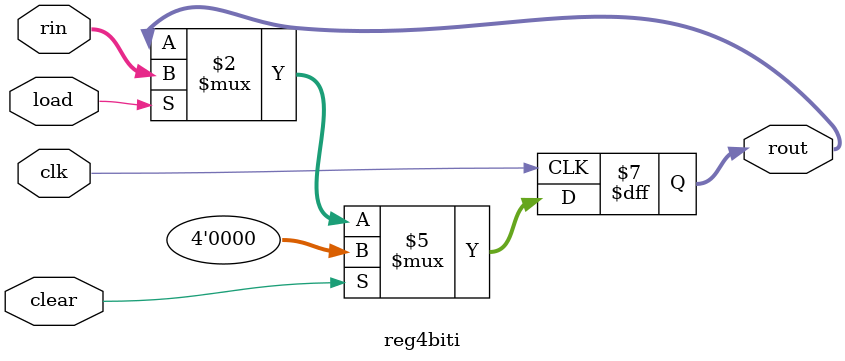
<source format=v>
`timescale 1ns / 1ps

module reg4biti(rin, clk, clear, load, rout);

input [3:0] rin;
input clk, load, clear;
output reg [3:0] rout;

always @(posedge clk)
begin
if (clear)
rout <= 0;
else if (load)
rout <= rin;
end

endmodule

</source>
